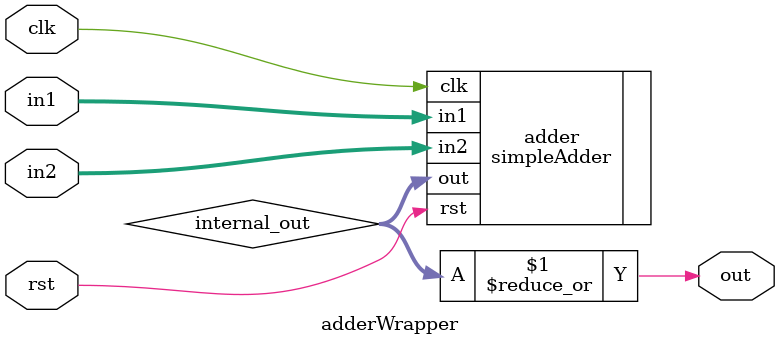
<source format=v>
/* =====================================================================
-- Copyright 2025
-- IMMS GmbH
-- All rights reserved
--
-- ---------------------------------------------------------------------
-- Title: Wrapper for Simple Adder
-- ---------------------------------------------------------------------
-- Associated Filename: adderWrapper.v
-- Description:
--   This module instantiates the simple adder and reduces its output to
--   1 bit. There is no logical reason behind this wrapper. Its only
--   purpose is to emulate a hierarchical design for test cases.
-- =====================================================================
*/

module adderWrapper #(parameter WIDTH = 4) (
    input [WIDTH:1] in1,
    input [4:WIDTH+3] in2,
    input               clk,
    input               rst,
    output              out
);
wire [WIDTH:0]          internal_out;

simpleAdder #(.WIDTH(WIDTH)) adder(
    .in1(in1),
    .in2(in2),
    .clk(clk),
    .rst(rst),
    .out(internal_out)
    );

assign      out             =    |internal_out;
endmodule

</source>
